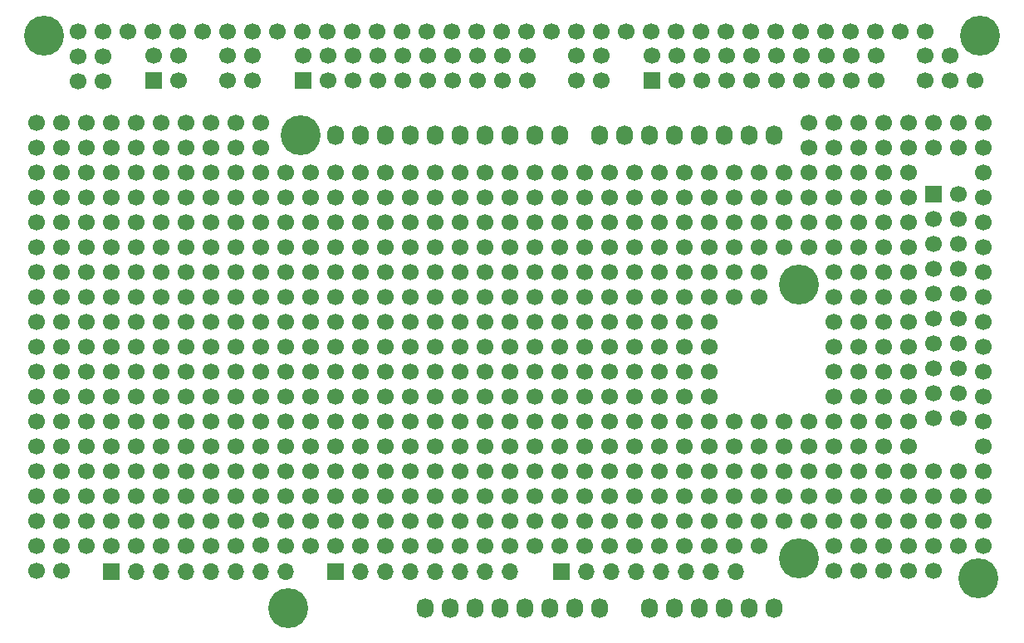
<source format=gts>
G04 #@! TF.GenerationSoftware,KiCad,Pcbnew,5.1.2*
G04 #@! TF.CreationDate,2019-08-04T18:28:35-05:00*
G04 #@! TF.ProjectId,arduino_shield,61726475-696e-46f5-9f73-6869656c642e,rev?*
G04 #@! TF.SameCoordinates,Original*
G04 #@! TF.FileFunction,Soldermask,Top*
G04 #@! TF.FilePolarity,Negative*
%FSLAX46Y46*%
G04 Gerber Fmt 4.6, Leading zero omitted, Abs format (unit mm)*
G04 Created by KiCad (PCBNEW 5.1.2) date 2019-08-04 18:28:35*
%MOMM*%
%LPD*%
G04 APERTURE LIST*
%ADD10C,4.064000*%
%ADD11C,1.700000*%
%ADD12R,1.700000X1.700000*%
%ADD13C,3.600000*%
%ADD14O,1.700000X1.700000*%
%ADD15O,1.727200X2.032000*%
G04 APERTURE END LIST*
D10*
X195326000Y-120777000D03*
X195453000Y-65405000D03*
X100076000Y-65405000D03*
D11*
X113731000Y-67437000D03*
X113731000Y-69977000D03*
X111191000Y-67437000D03*
D12*
X111191000Y-69977000D03*
D11*
X149291000Y-67437000D03*
X149291000Y-69977000D03*
X146751000Y-67437000D03*
X146751000Y-69977000D03*
X144211000Y-67437000D03*
X144211000Y-69977000D03*
X141671000Y-67437000D03*
X141671000Y-69977000D03*
X139131000Y-67437000D03*
X139131000Y-69977000D03*
X136591000Y-67437000D03*
X136591000Y-69977000D03*
X134051000Y-67437000D03*
X134051000Y-69977000D03*
X131511000Y-67437000D03*
X131511000Y-69977000D03*
X128971000Y-67437000D03*
X128971000Y-69977000D03*
X126431000Y-67437000D03*
D12*
X126431000Y-69977000D03*
D11*
X184851000Y-67437000D03*
X184851000Y-69977000D03*
X182311000Y-67437000D03*
X182311000Y-69977000D03*
X179771000Y-67437000D03*
X179771000Y-69977000D03*
X177231000Y-67437000D03*
X177231000Y-69977000D03*
X174691000Y-67437000D03*
X174691000Y-69977000D03*
X172151000Y-67437000D03*
X172151000Y-69977000D03*
X169611000Y-67437000D03*
X169611000Y-69977000D03*
X167071000Y-67437000D03*
X167071000Y-69977000D03*
X164531000Y-67437000D03*
X164531000Y-69977000D03*
X161991000Y-67437000D03*
D12*
X161991000Y-69977000D03*
D11*
X193271000Y-104437000D03*
X190731000Y-104437000D03*
X193271000Y-101897000D03*
X190731000Y-101897000D03*
X193271000Y-99357000D03*
X190731000Y-99357000D03*
X193271000Y-96817000D03*
X190731000Y-96817000D03*
X193271000Y-94277000D03*
X190731000Y-94277000D03*
X193271000Y-91737000D03*
X190731000Y-91737000D03*
X193271000Y-89197000D03*
X190731000Y-89197000D03*
X193271000Y-86657000D03*
X190731000Y-86657000D03*
X193271000Y-84117000D03*
X190731000Y-84117000D03*
X193271000Y-81577000D03*
D12*
X190731000Y-81577000D03*
D13*
X195351000Y-65357000D03*
X100051000Y-65357000D03*
X195351000Y-120657000D03*
D11*
X101854000Y-120015000D03*
X99314000Y-120015000D03*
X101803200Y-76860400D03*
X99263200Y-74320400D03*
X99263200Y-76860400D03*
X101803200Y-74320400D03*
X111963200Y-76860400D03*
X106883200Y-74320400D03*
X104343200Y-76860400D03*
X114503200Y-76860400D03*
X109423200Y-76860400D03*
X106883200Y-76860400D03*
X122123200Y-76860400D03*
X119583200Y-74320400D03*
X111963200Y-74320400D03*
X119583200Y-76860400D03*
X109423200Y-74320400D03*
X117043200Y-76860400D03*
X117043200Y-74320400D03*
X122123200Y-74320400D03*
X114503200Y-74320400D03*
X104343200Y-74320400D03*
X122174000Y-117449600D03*
X122174000Y-114909600D03*
X119634000Y-117475000D03*
X117094000Y-117475000D03*
X114554000Y-117475000D03*
X112014000Y-117475000D03*
X109474000Y-117475000D03*
X106934000Y-117475000D03*
X104394000Y-117475000D03*
X101854000Y-117475000D03*
X99314000Y-117475000D03*
X119634000Y-114935000D03*
X117094000Y-114935000D03*
X114554000Y-114935000D03*
X112014000Y-114935000D03*
X109474000Y-114935000D03*
X106934000Y-114935000D03*
X104394000Y-114935000D03*
X101854000Y-114935000D03*
X99314000Y-114935000D03*
X119634000Y-112395000D03*
X117094000Y-112395000D03*
X114554000Y-112395000D03*
X112014000Y-112395000D03*
X109474000Y-112395000D03*
X106934000Y-112395000D03*
X104394000Y-112395000D03*
X101854000Y-112395000D03*
X99314000Y-112395000D03*
X119634000Y-109855000D03*
X117094000Y-109855000D03*
X114554000Y-109855000D03*
X112014000Y-109855000D03*
X109474000Y-109855000D03*
X106934000Y-109855000D03*
X104394000Y-109855000D03*
X101854000Y-109855000D03*
X99314000Y-109855000D03*
X119634000Y-107315000D03*
X117094000Y-107315000D03*
X114554000Y-107315000D03*
X112014000Y-107315000D03*
X109474000Y-107315000D03*
X106934000Y-107315000D03*
X104394000Y-107315000D03*
X101854000Y-107315000D03*
X99314000Y-107315000D03*
X119634000Y-104775000D03*
X117094000Y-104775000D03*
X114554000Y-104775000D03*
X112014000Y-104775000D03*
X109474000Y-104775000D03*
X106934000Y-104775000D03*
X104394000Y-104775000D03*
X101854000Y-104775000D03*
X99314000Y-104775000D03*
X119634000Y-102235000D03*
X117094000Y-102235000D03*
X114554000Y-102235000D03*
X112014000Y-102235000D03*
X109474000Y-102235000D03*
X106934000Y-102235000D03*
X104394000Y-102235000D03*
X101854000Y-102235000D03*
X99314000Y-102235000D03*
X119634000Y-99695000D03*
X117094000Y-99695000D03*
X114554000Y-99695000D03*
X112014000Y-99695000D03*
X109474000Y-99695000D03*
X106934000Y-99695000D03*
X104394000Y-99695000D03*
X101854000Y-99695000D03*
X99314000Y-99695000D03*
X119634000Y-97155000D03*
X117094000Y-97155000D03*
X114554000Y-97155000D03*
X112014000Y-97155000D03*
X109474000Y-97155000D03*
X106934000Y-97155000D03*
X104394000Y-97155000D03*
X101854000Y-97155000D03*
X99314000Y-97155000D03*
X119634000Y-94615000D03*
X117094000Y-94615000D03*
X114554000Y-94615000D03*
X112014000Y-94615000D03*
X109474000Y-94615000D03*
X106934000Y-94615000D03*
X104394000Y-94615000D03*
X101854000Y-94615000D03*
X99314000Y-94615000D03*
X119634000Y-92075000D03*
X117094000Y-92075000D03*
X114554000Y-92075000D03*
X112014000Y-92075000D03*
X109474000Y-92075000D03*
X106934000Y-92075000D03*
X104394000Y-92075000D03*
X101854000Y-92075000D03*
X99314000Y-92075000D03*
X119634000Y-89535000D03*
X117094000Y-89535000D03*
X114554000Y-89535000D03*
X112014000Y-89535000D03*
X109474000Y-89535000D03*
X106934000Y-89535000D03*
X104394000Y-89535000D03*
X101854000Y-89535000D03*
X99314000Y-89535000D03*
X119634000Y-86995000D03*
X117094000Y-86995000D03*
X114554000Y-86995000D03*
X112014000Y-86995000D03*
X109474000Y-86995000D03*
X106934000Y-86995000D03*
X104394000Y-86995000D03*
X101854000Y-86995000D03*
X99314000Y-86995000D03*
X119634000Y-84455000D03*
X117094000Y-84455000D03*
X114554000Y-84455000D03*
X112014000Y-84455000D03*
X109474000Y-84455000D03*
X106934000Y-84455000D03*
X104394000Y-84455000D03*
X101854000Y-84455000D03*
X99314000Y-84455000D03*
X119634000Y-81915000D03*
X117094000Y-81915000D03*
X114554000Y-81915000D03*
X112014000Y-81915000D03*
X109474000Y-81915000D03*
X106934000Y-81915000D03*
X104394000Y-81915000D03*
X101854000Y-81915000D03*
X99314000Y-81915000D03*
X195834000Y-79375000D03*
X188214000Y-79375000D03*
X185674000Y-79375000D03*
X183134000Y-79375000D03*
X180594000Y-79375000D03*
X178054000Y-79375000D03*
X175514000Y-79375000D03*
X172974000Y-79375000D03*
X170434000Y-79375000D03*
X167894000Y-79375000D03*
X165354000Y-79375000D03*
X162814000Y-79375000D03*
X160274000Y-79375000D03*
X157734000Y-79375000D03*
X155194000Y-79375000D03*
X152654000Y-79375000D03*
X150114000Y-79375000D03*
X147574000Y-79375000D03*
X145034000Y-79375000D03*
X142494000Y-79375000D03*
X139954000Y-79375000D03*
X137414000Y-79375000D03*
X134874000Y-79375000D03*
X132334000Y-79375000D03*
X129794000Y-79375000D03*
X127254000Y-79375000D03*
X124714000Y-79375000D03*
X122174000Y-79375000D03*
X119634000Y-79375000D03*
X117094000Y-79375000D03*
X114554000Y-79375000D03*
X112014000Y-79375000D03*
X109474000Y-79375000D03*
X106934000Y-79375000D03*
X104394000Y-79375000D03*
X101854000Y-79375000D03*
X99314000Y-79375000D03*
D14*
X147574000Y-120142000D03*
X145034000Y-120142000D03*
X142494000Y-120142000D03*
X139954000Y-120142000D03*
X137414000Y-120142000D03*
X134874000Y-120142000D03*
X132334000Y-120142000D03*
D12*
X129794000Y-120142000D03*
D14*
X124714000Y-120142000D03*
X122174000Y-120142000D03*
X119634000Y-120142000D03*
X117094000Y-120142000D03*
X114554000Y-120142000D03*
X112014000Y-120142000D03*
X109474000Y-120142000D03*
D12*
X106934000Y-120142000D03*
D14*
X170561000Y-120142000D03*
X168021000Y-120142000D03*
X165481000Y-120142000D03*
X162941000Y-120142000D03*
X160401000Y-120142000D03*
X157861000Y-120142000D03*
X155321000Y-120142000D03*
D12*
X152781000Y-120142000D03*
D11*
X190703200Y-120040400D03*
X188163200Y-120040400D03*
X185623200Y-120040400D03*
X183083200Y-120040400D03*
X180543200Y-120040400D03*
X195783200Y-74320400D03*
X193243200Y-74320400D03*
X190703200Y-74320400D03*
X188163200Y-74320400D03*
X185623200Y-74320400D03*
X183083200Y-74320400D03*
X180543200Y-74320400D03*
X195783200Y-76860400D03*
X193243200Y-76860400D03*
X190703200Y-76860400D03*
X188163200Y-76860400D03*
X185623200Y-76860400D03*
X183083200Y-76860400D03*
X180543200Y-76860400D03*
X178003200Y-74320400D03*
X178003200Y-76860400D03*
X195783200Y-117500400D03*
X193243200Y-117500400D03*
X190703200Y-117500400D03*
X188163200Y-117500400D03*
X185623200Y-117500400D03*
X183083200Y-117500400D03*
X180543200Y-117500400D03*
X194957700Y-69977000D03*
X192417700Y-69977000D03*
X189877700Y-69977000D03*
X192417700Y-67437000D03*
X189877700Y-67437000D03*
X156857700Y-69977000D03*
X154317700Y-69977000D03*
X156857700Y-67437000D03*
X154317700Y-67437000D03*
X121297700Y-69977000D03*
X118757700Y-69977000D03*
X121297700Y-67437000D03*
X118757700Y-67437000D03*
X189877700Y-65024000D03*
X187337700Y-65024000D03*
X184797700Y-65024000D03*
X182257700Y-65024000D03*
X179717700Y-65024000D03*
X177177700Y-65024000D03*
X174637700Y-65024000D03*
X172097700Y-65024000D03*
X169557700Y-65024000D03*
X167017700Y-65024000D03*
X164477700Y-65024000D03*
X161937700Y-65024000D03*
X159397700Y-65024000D03*
X156857700Y-65024000D03*
X154317700Y-65024000D03*
X151777700Y-65024000D03*
X149237700Y-65024000D03*
X146697700Y-65024000D03*
X144157700Y-65024000D03*
X141617700Y-65024000D03*
X139077700Y-65024000D03*
X136537700Y-65024000D03*
X133997700Y-65024000D03*
X131457700Y-65024000D03*
X128917700Y-65024000D03*
X126377700Y-65024000D03*
X123837700Y-65024000D03*
X121297700Y-65024000D03*
X118757700Y-65024000D03*
X116217700Y-65024000D03*
X113677700Y-65024000D03*
X111137700Y-65024000D03*
X108597700Y-65024000D03*
X106057700Y-65024000D03*
X103517700Y-65024000D03*
X106057700Y-70104000D03*
X103517700Y-70104000D03*
X106057700Y-67564000D03*
X103517700Y-67564000D03*
X195834000Y-104775000D03*
X195834000Y-102235000D03*
X195834000Y-99695000D03*
X195834000Y-97155000D03*
X195834000Y-94615000D03*
X195834000Y-92075000D03*
X195834000Y-89535000D03*
X195834000Y-86995000D03*
X195834000Y-84455000D03*
X195834000Y-81915000D03*
X188214000Y-102235000D03*
X185674000Y-102235000D03*
X183134000Y-102235000D03*
X180594000Y-102235000D03*
X188214000Y-99695000D03*
X185674000Y-99695000D03*
X183134000Y-99695000D03*
X180594000Y-99695000D03*
X188214000Y-97155000D03*
X185674000Y-97155000D03*
X183134000Y-97155000D03*
X180594000Y-97155000D03*
X188214000Y-94615000D03*
X185674000Y-94615000D03*
X183134000Y-94615000D03*
X180594000Y-94615000D03*
X188214000Y-92075000D03*
X185674000Y-92075000D03*
X183134000Y-92075000D03*
X180594000Y-92075000D03*
X188214000Y-89535000D03*
X185674000Y-89535000D03*
X183134000Y-89535000D03*
X180594000Y-89535000D03*
X172974000Y-117475000D03*
X170434000Y-117475000D03*
X167894000Y-117475000D03*
X165354000Y-117475000D03*
X162814000Y-117475000D03*
X160274000Y-117475000D03*
X157734000Y-117475000D03*
X155194000Y-117475000D03*
X152654000Y-117475000D03*
X150114000Y-117475000D03*
X147574000Y-117475000D03*
X145034000Y-117475000D03*
X142494000Y-117475000D03*
X139954000Y-117475000D03*
X137414000Y-117475000D03*
X134874000Y-117475000D03*
X132334000Y-117475000D03*
X129794000Y-117475000D03*
X127254000Y-117475000D03*
X124714000Y-117475000D03*
X195834000Y-114935000D03*
X193294000Y-114935000D03*
X190754000Y-114935000D03*
X188214000Y-114935000D03*
X185674000Y-114935000D03*
X183134000Y-114935000D03*
X180594000Y-114935000D03*
X178054000Y-114935000D03*
X175514000Y-114935000D03*
X172974000Y-114935000D03*
X170434000Y-114935000D03*
X167894000Y-114935000D03*
X165354000Y-114935000D03*
X162814000Y-114935000D03*
X160274000Y-114935000D03*
X157734000Y-114935000D03*
X155194000Y-114935000D03*
X152654000Y-114935000D03*
X150114000Y-114935000D03*
X147574000Y-114935000D03*
X145034000Y-114935000D03*
X142494000Y-114935000D03*
X139954000Y-114935000D03*
X137414000Y-114935000D03*
X134874000Y-114935000D03*
X132334000Y-114935000D03*
X129794000Y-114935000D03*
X127254000Y-114935000D03*
X124714000Y-114935000D03*
X195834000Y-112395000D03*
X193294000Y-112395000D03*
X190754000Y-112395000D03*
X188214000Y-112395000D03*
X185674000Y-112395000D03*
X183134000Y-112395000D03*
X180594000Y-112395000D03*
X178054000Y-112395000D03*
X175514000Y-112395000D03*
X172974000Y-112395000D03*
X170434000Y-112395000D03*
X167894000Y-112395000D03*
X165354000Y-112395000D03*
X162814000Y-112395000D03*
X160274000Y-112395000D03*
X157734000Y-112395000D03*
X155194000Y-112395000D03*
X152654000Y-112395000D03*
X150114000Y-112395000D03*
X147574000Y-112395000D03*
X145034000Y-112395000D03*
X142494000Y-112395000D03*
X139954000Y-112395000D03*
X137414000Y-112395000D03*
X134874000Y-112395000D03*
X132334000Y-112395000D03*
X129794000Y-112395000D03*
X127254000Y-112395000D03*
X124714000Y-112395000D03*
X122174000Y-112395000D03*
X195834000Y-109855000D03*
X193294000Y-109855000D03*
X190754000Y-109855000D03*
X188214000Y-109855000D03*
X185674000Y-109855000D03*
X183134000Y-109855000D03*
X180594000Y-109855000D03*
X178054000Y-109855000D03*
X175514000Y-109855000D03*
X172974000Y-109855000D03*
X170434000Y-109855000D03*
X167894000Y-109855000D03*
X165354000Y-109855000D03*
X162814000Y-109855000D03*
X160274000Y-109855000D03*
X157734000Y-109855000D03*
X155194000Y-109855000D03*
X152654000Y-109855000D03*
X150114000Y-109855000D03*
X147574000Y-109855000D03*
X145034000Y-109855000D03*
X142494000Y-109855000D03*
X139954000Y-109855000D03*
X137414000Y-109855000D03*
X134874000Y-109855000D03*
X132334000Y-109855000D03*
X129794000Y-109855000D03*
X127254000Y-109855000D03*
X124714000Y-109855000D03*
X122174000Y-109855000D03*
X195834000Y-107315000D03*
X188214000Y-107315000D03*
X185674000Y-107315000D03*
X183134000Y-107315000D03*
X180594000Y-107315000D03*
X178054000Y-107315000D03*
X175514000Y-107315000D03*
X172974000Y-107315000D03*
X170434000Y-107315000D03*
X167894000Y-107315000D03*
X165354000Y-107315000D03*
X162814000Y-107315000D03*
X160274000Y-107315000D03*
X157734000Y-107315000D03*
X155194000Y-107315000D03*
X152654000Y-107315000D03*
X150114000Y-107315000D03*
X147574000Y-107315000D03*
X145034000Y-107315000D03*
X142494000Y-107315000D03*
X139954000Y-107315000D03*
X137414000Y-107315000D03*
X134874000Y-107315000D03*
X132334000Y-107315000D03*
X129794000Y-107315000D03*
X127254000Y-107315000D03*
X124714000Y-107315000D03*
X122174000Y-107315000D03*
X188214000Y-104775000D03*
X185674000Y-104775000D03*
X183134000Y-104775000D03*
X180594000Y-104775000D03*
X178054000Y-104775000D03*
X175514000Y-104775000D03*
X172974000Y-104775000D03*
X170434000Y-104775000D03*
X167894000Y-104775000D03*
X165354000Y-104775000D03*
X162814000Y-104775000D03*
X160274000Y-104775000D03*
X157734000Y-104775000D03*
X155194000Y-104775000D03*
X152654000Y-104775000D03*
X150114000Y-104775000D03*
X147574000Y-104775000D03*
X145034000Y-104775000D03*
X142494000Y-104775000D03*
X139954000Y-104775000D03*
X137414000Y-104775000D03*
X134874000Y-104775000D03*
X132334000Y-104775000D03*
X129794000Y-104775000D03*
X127254000Y-104775000D03*
X124714000Y-104775000D03*
X122174000Y-104775000D03*
X167894000Y-102235000D03*
X165354000Y-102235000D03*
X162814000Y-102235000D03*
X160274000Y-102235000D03*
X157734000Y-102235000D03*
X155194000Y-102235000D03*
X152654000Y-102235000D03*
X150114000Y-102235000D03*
X147574000Y-102235000D03*
X145034000Y-102235000D03*
X142494000Y-102235000D03*
X139954000Y-102235000D03*
X137414000Y-102235000D03*
X134874000Y-102235000D03*
X132334000Y-102235000D03*
X129794000Y-102235000D03*
X127254000Y-102235000D03*
X124714000Y-102235000D03*
X122174000Y-102235000D03*
X167894000Y-99695000D03*
X165354000Y-99695000D03*
X162814000Y-99695000D03*
X160274000Y-99695000D03*
X157734000Y-99695000D03*
X155194000Y-99695000D03*
X152654000Y-99695000D03*
X150114000Y-99695000D03*
X147574000Y-99695000D03*
X145034000Y-99695000D03*
X142494000Y-99695000D03*
X139954000Y-99695000D03*
X137414000Y-99695000D03*
X134874000Y-99695000D03*
X132334000Y-99695000D03*
X129794000Y-99695000D03*
X127254000Y-99695000D03*
X124714000Y-99695000D03*
X122174000Y-99695000D03*
X167894000Y-97155000D03*
X165354000Y-97155000D03*
X162814000Y-97155000D03*
X160274000Y-97155000D03*
X157734000Y-97155000D03*
X155194000Y-97155000D03*
X152654000Y-97155000D03*
X150114000Y-97155000D03*
X147574000Y-97155000D03*
X145034000Y-97155000D03*
X142494000Y-97155000D03*
X139954000Y-97155000D03*
X137414000Y-97155000D03*
X134874000Y-97155000D03*
X132334000Y-97155000D03*
X129794000Y-97155000D03*
X127254000Y-97155000D03*
X124714000Y-97155000D03*
X122174000Y-97155000D03*
X167894000Y-94615000D03*
X165354000Y-94615000D03*
X162814000Y-94615000D03*
X160274000Y-94615000D03*
X157734000Y-94615000D03*
X155194000Y-94615000D03*
X152654000Y-94615000D03*
X150114000Y-94615000D03*
X147574000Y-94615000D03*
X145034000Y-94615000D03*
X142494000Y-94615000D03*
X139954000Y-94615000D03*
X137414000Y-94615000D03*
X134874000Y-94615000D03*
X132334000Y-94615000D03*
X129794000Y-94615000D03*
X127254000Y-94615000D03*
X124714000Y-94615000D03*
X122174000Y-94615000D03*
X172974000Y-92075000D03*
X170434000Y-92075000D03*
X167894000Y-92075000D03*
X165354000Y-92075000D03*
X162814000Y-92075000D03*
X160274000Y-92075000D03*
X157734000Y-92075000D03*
X155194000Y-92075000D03*
X152654000Y-92075000D03*
X150114000Y-92075000D03*
X147574000Y-92075000D03*
X145034000Y-92075000D03*
X142494000Y-92075000D03*
X139954000Y-92075000D03*
X137414000Y-92075000D03*
X134874000Y-92075000D03*
X132334000Y-92075000D03*
X129794000Y-92075000D03*
X127254000Y-92075000D03*
X124714000Y-92075000D03*
X122174000Y-92075000D03*
X172974000Y-89535000D03*
X170434000Y-89535000D03*
X167894000Y-89535000D03*
X165354000Y-89535000D03*
X162814000Y-89535000D03*
X160274000Y-89535000D03*
X157734000Y-89535000D03*
X155194000Y-89535000D03*
X152654000Y-89535000D03*
X150114000Y-89535000D03*
X147574000Y-89535000D03*
X145034000Y-89535000D03*
X142494000Y-89535000D03*
X139954000Y-89535000D03*
X137414000Y-89535000D03*
X134874000Y-89535000D03*
X132334000Y-89535000D03*
X129794000Y-89535000D03*
X127254000Y-89535000D03*
X124714000Y-89535000D03*
X122174000Y-89535000D03*
X188214000Y-86995000D03*
X185674000Y-86995000D03*
X183134000Y-86995000D03*
X180594000Y-86995000D03*
X178054000Y-86995000D03*
X175514000Y-86995000D03*
X172974000Y-86995000D03*
X170434000Y-86995000D03*
X167894000Y-86995000D03*
X165354000Y-86995000D03*
X162814000Y-86995000D03*
X160274000Y-86995000D03*
X157734000Y-86995000D03*
X155194000Y-86995000D03*
X152654000Y-86995000D03*
X150114000Y-86995000D03*
X147574000Y-86995000D03*
X145034000Y-86995000D03*
X142494000Y-86995000D03*
X139954000Y-86995000D03*
X137414000Y-86995000D03*
X134874000Y-86995000D03*
X132334000Y-86995000D03*
X129794000Y-86995000D03*
X127254000Y-86995000D03*
X124714000Y-86995000D03*
X122174000Y-86995000D03*
X188214000Y-84455000D03*
X185674000Y-84455000D03*
X183134000Y-84455000D03*
X180594000Y-84455000D03*
X178054000Y-84455000D03*
X175514000Y-84455000D03*
X172974000Y-84455000D03*
X170434000Y-84455000D03*
X167894000Y-84455000D03*
X165354000Y-84455000D03*
X162814000Y-84455000D03*
X160274000Y-84455000D03*
X157734000Y-84455000D03*
X155194000Y-84455000D03*
X152654000Y-84455000D03*
X150114000Y-84455000D03*
X147574000Y-84455000D03*
X145034000Y-84455000D03*
X142494000Y-84455000D03*
X139954000Y-84455000D03*
X137414000Y-84455000D03*
X134874000Y-84455000D03*
X132334000Y-84455000D03*
X129794000Y-84455000D03*
X127254000Y-84455000D03*
X124714000Y-84455000D03*
X122174000Y-84455000D03*
X188214000Y-81915000D03*
X185674000Y-81915000D03*
X183134000Y-81915000D03*
X180594000Y-81915000D03*
X178054000Y-81915000D03*
X175514000Y-81915000D03*
X172974000Y-81915000D03*
X170434000Y-81915000D03*
X167894000Y-81915000D03*
X165354000Y-81915000D03*
X162814000Y-81915000D03*
X160274000Y-81915000D03*
X157734000Y-81915000D03*
X155194000Y-81915000D03*
X152654000Y-81915000D03*
X150114000Y-81915000D03*
X147574000Y-81915000D03*
X145034000Y-81915000D03*
X142494000Y-81915000D03*
X139954000Y-81915000D03*
X137414000Y-81915000D03*
X134874000Y-81915000D03*
X132334000Y-81915000D03*
X129794000Y-81915000D03*
X127254000Y-81915000D03*
X124714000Y-81915000D03*
X122174000Y-81915000D03*
D15*
X138938000Y-123825000D03*
X141478000Y-123825000D03*
X144018000Y-123825000D03*
X146558000Y-123825000D03*
X149098000Y-123825000D03*
X151638000Y-123825000D03*
X154178000Y-123825000D03*
X156718000Y-123825000D03*
X161798000Y-123825000D03*
X164338000Y-123825000D03*
X166878000Y-123825000D03*
X169418000Y-123825000D03*
X171958000Y-123825000D03*
X174498000Y-123825000D03*
X129794000Y-75565000D03*
X132334000Y-75565000D03*
X134874000Y-75565000D03*
X137414000Y-75565000D03*
X139954000Y-75565000D03*
X142494000Y-75565000D03*
X145034000Y-75565000D03*
X147574000Y-75565000D03*
X150114000Y-75565000D03*
X152654000Y-75565000D03*
X156718000Y-75565000D03*
X159258000Y-75565000D03*
X161798000Y-75565000D03*
X164338000Y-75565000D03*
X166878000Y-75565000D03*
X169418000Y-75565000D03*
X171958000Y-75565000D03*
X174498000Y-75565000D03*
D10*
X124968000Y-123825000D03*
X177038000Y-118745000D03*
X126238000Y-75565000D03*
X177038000Y-90805000D03*
M02*

</source>
